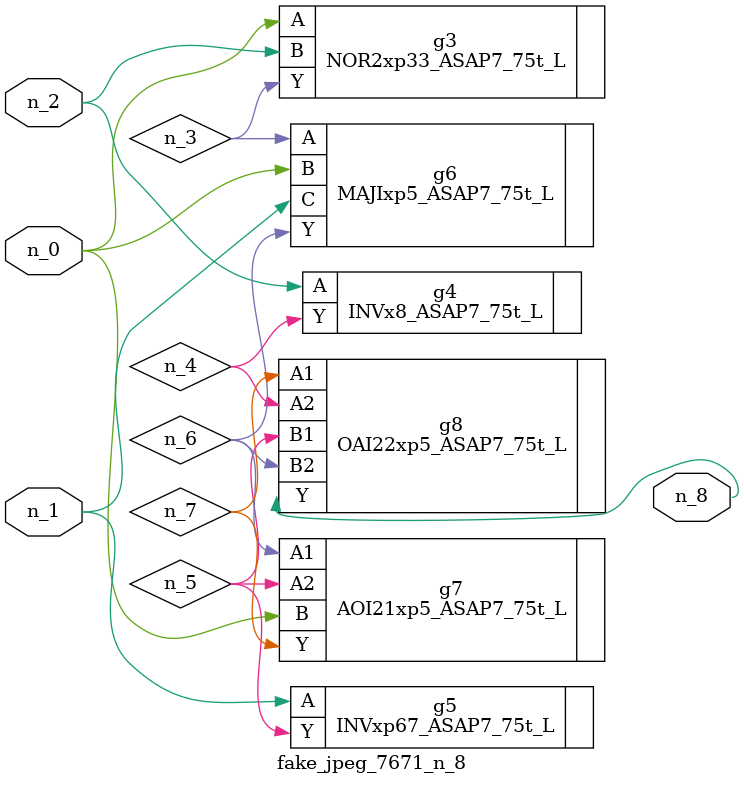
<source format=v>
module fake_jpeg_7671_n_8 (n_0, n_2, n_1, n_8);

input n_0;
input n_2;
input n_1;

output n_8;

wire n_3;
wire n_4;
wire n_6;
wire n_5;
wire n_7;

NOR2xp33_ASAP7_75t_L g3 ( 
.A(n_0),
.B(n_2),
.Y(n_3)
);

INVx8_ASAP7_75t_L g4 ( 
.A(n_2),
.Y(n_4)
);

INVxp67_ASAP7_75t_L g5 ( 
.A(n_1),
.Y(n_5)
);

MAJIxp5_ASAP7_75t_L g6 ( 
.A(n_3),
.B(n_0),
.C(n_1),
.Y(n_6)
);

AOI21xp5_ASAP7_75t_L g7 ( 
.A1(n_6),
.A2(n_5),
.B(n_0),
.Y(n_7)
);

OAI22xp5_ASAP7_75t_L g8 ( 
.A1(n_7),
.A2(n_4),
.B1(n_5),
.B2(n_6),
.Y(n_8)
);


endmodule
</source>
